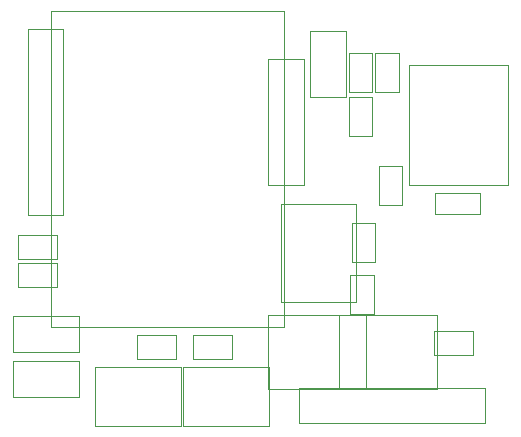
<source format=gbr>
G04*
G04 #@! TF.GenerationSoftware,Altium Limited,Altium Designer,24.1.2 (44)*
G04*
G04 Layer_Color=32768*
%FSLAX25Y25*%
%MOIN*%
G70*
G04*
G04 #@! TF.SameCoordinates,EBF418CC-EE97-4C3D-AA47-A42144AD25BC*
G04*
G04*
G04 #@! TF.FilePolarity,Positive*
G04*
G01*
G75*
%ADD12C,0.00197*%
%ADD72C,0.00394*%
D12*
X141736Y182063D02*
Y189937D01*
X128744D02*
X141736D01*
X128744Y182063D02*
Y189937D01*
Y182063D02*
X141736D01*
X128744Y172563D02*
Y180437D01*
Y172563D02*
X141736D01*
Y180437D01*
X128744D02*
X141736D01*
X168504Y156437D02*
X181496D01*
Y148563D02*
Y156437D01*
X168504Y148563D02*
X181496D01*
X168504D02*
Y156437D01*
X187244D02*
X200236D01*
Y148563D02*
Y156437D01*
X187244Y148563D02*
X200236D01*
X187244D02*
Y156437D01*
X183933Y126158D02*
X212319D01*
X183933D02*
Y145843D01*
X212319D01*
Y126158D02*
Y145843D01*
X154590Y126315D02*
X182976D01*
X154590D02*
Y146000D01*
X182976D01*
Y126315D02*
Y146000D01*
X148984Y151016D02*
Y162984D01*
X127016D02*
X148984D01*
X127016Y151016D02*
Y162984D01*
Y151016D02*
X148984D01*
X127016Y136016D02*
Y147984D01*
Y136016D02*
X148984D01*
Y147984D01*
X127016D02*
X148984D01*
X212016Y206516D02*
X223984D01*
Y248484D01*
X212016D02*
X223984D01*
X212016Y206516D02*
Y248484D01*
X280496Y150063D02*
Y157937D01*
X267504D02*
X280496D01*
X267504Y150063D02*
Y157937D01*
Y150063D02*
X280496D01*
X235783Y163402D02*
X268461D01*
Y138598D02*
Y163402D01*
X235783Y138598D02*
X268461D01*
X235783D02*
Y163402D01*
X212150Y138598D02*
X244827D01*
X212150D02*
Y163402D01*
X244827D01*
Y138598D02*
Y163402D01*
X241402Y167539D02*
Y200217D01*
X216598Y167539D02*
X241402D01*
X216598D02*
Y200217D01*
X241402D01*
X240063Y193996D02*
X247937D01*
X240063Y181004D02*
Y193996D01*
Y181004D02*
X247937D01*
Y193996D01*
X239563Y176736D02*
X247437D01*
X239563Y163744D02*
Y176736D01*
Y163744D02*
X247437D01*
Y176736D01*
X282846Y197055D02*
Y203945D01*
X267886D02*
X282846D01*
X267886Y197055D02*
Y203945D01*
Y197055D02*
X282846D01*
X249063Y200004D02*
X256937D01*
Y212996D01*
X249063D02*
X256937D01*
X249063Y200004D02*
Y212996D01*
X239063Y235996D02*
X246937D01*
X239063Y223004D02*
Y235996D01*
Y223004D02*
X246937D01*
Y235996D01*
X226155Y257984D02*
X238124D01*
X226155Y236016D02*
Y257984D01*
Y236016D02*
X238124D01*
Y257984D01*
X247774Y250496D02*
X255648D01*
X247774Y237504D02*
Y250496D01*
Y237504D02*
X255648D01*
Y250496D01*
X239063Y237504D02*
X246937D01*
Y250496D01*
X239063D02*
X246937D01*
X239063Y237504D02*
Y250496D01*
X132114Y258484D02*
X143886D01*
X132114Y196516D02*
Y258484D01*
Y196516D02*
X143886D01*
Y258484D01*
X284484Y127114D02*
Y138886D01*
X222516D02*
X284484D01*
X222516Y127114D02*
Y138886D01*
Y127114D02*
X284484D01*
X259071Y206441D02*
Y246559D01*
Y206441D02*
X292220D01*
Y246559D01*
X259071D02*
X292220D01*
D72*
X217280Y159169D02*
Y264681D01*
X139720Y159169D02*
X217280D01*
X139720D02*
Y264681D01*
X217280D01*
M02*

</source>
